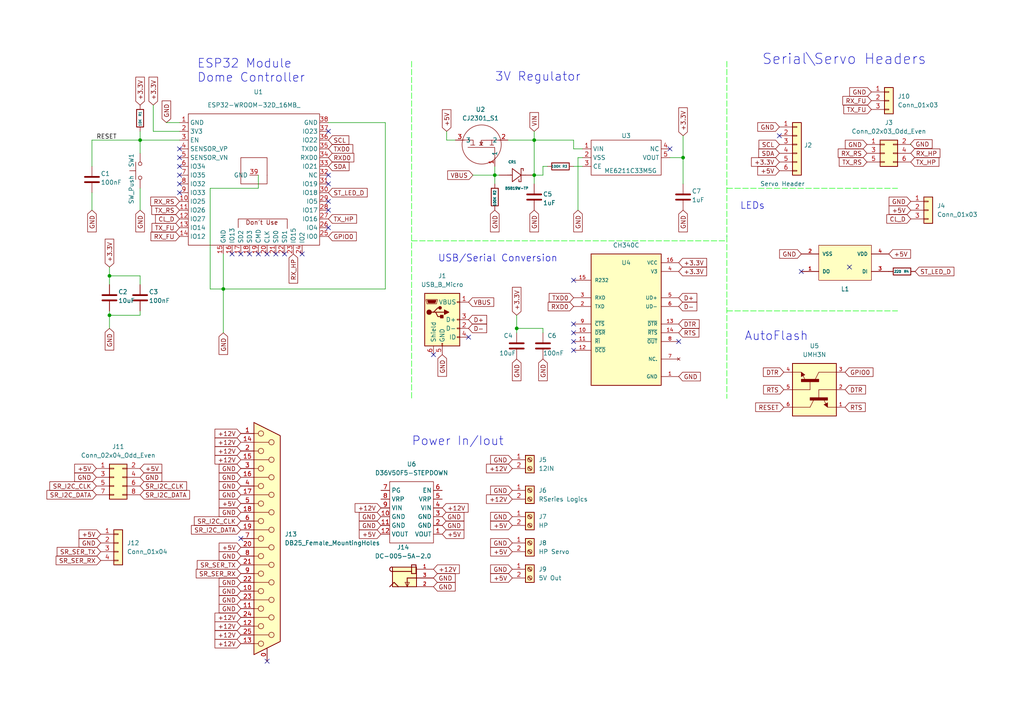
<source format=kicad_sch>
(kicad_sch (version 20211123) (generator eeschema)
  (paper "A4")
  (title_block (title "Dome Controller") (date "2022-09-01") (rev "1.0") (company "Created by: Greg Hulette") (comment 1 "- Controls Camera Lens LEDS") (comment 2 "- Controls Serial Comms to other devices") (comment 3 "- Controls Dome Servos") (comment 4 "- Accepts ESP-NOW messages"))
  (lib_symbols
    (symbol "B5819W-TP_1" (pin_numbers hide) (pin_names hide)
      (property "Reference" "CR" (at 5.08 4.445 0))
      (property "Value" "B5819W-TP_1" (at 5.08 -7.62 0))
      (symbol "B5819W-TP_1_1_1"
        (pin unspecified line (at 0 0 0) (length 2.54) (name "A") (number "A"))
        (pin unspecified line (at 10.16 0 180) (length 2.54) (name "C") (number "C"))
      )
    )
    (symbol "Connector:DB25_Female_MountingHoles" (pin_names (offset 1.016) hide)
      (property "Reference" "J" (at 0 36.83 0))
      (property "Value" "DB25_Female_MountingHoles" (at 0 34.925 0))
      (symbol "DB25_Female_MountingHoles_1_1"
        (pin passive line (at 0 -35.56 90) (length 3.81) (name "PAD") (number "0"))
        (pin passive line (at -7.62 30.48 0) (length 3.81) (name "1") (number "1"))
        (pin passive line (at -7.62 -15.24 0) (length 3.81) (name "10") (number "10"))
        (pin passive line (at -7.62 -20.32 0) (length 3.81) (name "11") (number "11"))
        (pin passive line (at -7.62 -25.4 0) (length 3.81) (name "12") (number "12"))
        (pin passive line (at -7.62 -30.48 0) (length 3.81) (name "13") (number "13"))
        (pin passive line (at -7.62 27.94 0) (length 3.81) (name "P14") (number "14"))
        (pin passive line (at -7.62 22.86 0) (length 3.81) (name "P15") (number "15"))
        (pin passive line (at -7.62 17.78 0) (length 3.81) (name "P16") (number "16"))
        (pin passive line (at -7.62 12.7 0) (length 3.81) (name "P17") (number "17"))
        (pin passive line (at -7.62 7.62 0) (length 3.81) (name "P18") (number "18"))
        (pin passive line (at -7.62 2.54 0) (length 3.81) (name "P19") (number "19"))
        (pin passive line (at -7.62 25.4 0) (length 3.81) (name "2") (number "2"))
        (pin passive line (at -7.62 -2.54 0) (length 3.81) (name "P20") (number "20"))
        (pin passive line (at -7.62 -7.62 0) (length 3.81) (name "P21") (number "21"))
        (pin passive line (at -7.62 -12.7 0) (length 3.81) (name "P22") (number "22"))
        (pin passive line (at -7.62 -17.78 0) (length 3.81) (name "P23") (number "23"))
        (pin passive line (at -7.62 -22.86 0) (length 3.81) (name "P24") (number "24"))
        (pin passive line (at -7.62 -27.94 0) (length 3.81) (name "P25") (number "25"))
        (pin passive line (at -7.62 20.32 0) (length 3.81) (name "3") (number "3"))
        (pin passive line (at -7.62 15.24 0) (length 3.81) (name "4") (number "4"))
        (pin passive line (at -7.62 10.16 0) (length 3.81) (name "5") (number "5"))
        (pin passive line (at -7.62 5.08 0) (length 3.81) (name "6") (number "6"))
        (pin passive line (at -7.62 0 0) (length 3.81) (name "7") (number "7"))
        (pin passive line (at -7.62 -5.08 0) (length 3.81) (name "8") (number "8"))
        (pin passive line (at -7.62 -10.16 0) (length 3.81) (name "9") (number "9"))
      )
    )
    (symbol "Connector:Screw_Terminal_01x02" (pin_names (offset 1.016) hide)
      (property "Reference" "J" (at 0 2.54 0))
      (property "Value" "Screw_Terminal_01x02" (at 0 -5.08 0))
      (symbol "Screw_Terminal_01x02_1_1"
        (pin passive line (at -5.08 0 0) (length 3.81) (name "Pin_1") (number "1"))
        (pin passive line (at -5.08 -2.54 0) (length 3.81) (name "Pin_2") (number "2"))
      )
    )
    (symbol "Connector:USB_B_Micro" (pin_names (offset 1.016))
      (property "Reference" "J" (at -5.08 11.43 0))
      (property "Value" "USB_B_Micro" (at -5.08 8.89 0))
      (symbol "USB_B_Micro_1_1"
        (pin power_out line (at 7.62 5.08 180) (length 2.54) (name "VBUS") (number "1"))
        (pin bidirectional line (at 7.62 -2.54 180) (length 2.54) (name "D-") (number "2"))
        (pin bidirectional line (at 7.62 0 180) (length 2.54) (name "D+") (number "3"))
        (pin passive line (at 7.62 -5.08 180) (length 2.54) (name "ID") (number "4"))
        (pin power_out line (at 0 -10.16 90) (length 2.54) (name "GND") (number "5"))
        (pin passive line (at -2.54 -10.16 90) (length 2.54) (name "Shield") (number "6"))
      )
    )
    (symbol "Connector_Generic:Conn_01x03" (pin_names (offset 1.016) hide)
      (property "Reference" "J" (at 0 5.08 0))
      (property "Value" "Conn_01x03" (at 0 -5.08 0))
      (symbol "Conn_01x03_1_1"
        (pin passive line (at -5.08 2.54 0) (length 3.81) (name "Pin_1") (number "1"))
        (pin passive line (at -5.08 0 0) (length 3.81) (name "Pin_2") (number "2"))
        (pin passive line (at -5.08 -2.54 0) (length 3.81) (name "Pin_3") (number "3"))
      )
    )
    (symbol "Connector_Generic:Conn_01x04" (pin_names (offset 1.016) hide)
      (property "Reference" "J" (at 0 5.08 0))
      (property "Value" "Conn_01x04" (at 0 -7.62 0))
      (symbol "Conn_01x04_1_1"
        (pin passive line (at -5.08 2.54 0) (length 3.81) (name "Pin_1") (number "1"))
        (pin passive line (at -5.08 0 0) (length 3.81) (name "Pin_2") (number "2"))
        (pin passive line (at -5.08 -2.54 0) (length 3.81) (name "Pin_3") (number "3"))
        (pin passive line (at -5.08 -5.08 0) (length 3.81) (name "Pin_4") (number "4"))
      )
    )
    (symbol "Connector_Generic:Conn_01x06" (pin_names (offset 1.016) hide)
      (property "Reference" "J" (at 0 7.62 0))
      (property "Value" "Conn_01x06" (at 0 -10.16 0))
      (symbol "Conn_01x06_1_1"
        (pin passive line (at -5.08 5.08 0) (length 3.81) (name "Pin_1") (number "1"))
        (pin passive line (at -5.08 2.54 0) (length 3.81) (name "Pin_2") (number "2"))
        (pin passive line (at -5.08 0 0) (length 3.81) (name "Pin_3") (number "3"))
        (pin passive line (at -5.08 -2.54 0) (length 3.81) (name "Pin_4") (number "4"))
        (pin passive line (at -5.08 -5.08 0) (length 3.81) (name "Pin_5") (number "5"))
        (pin passive line (at -5.08 -7.62 0) (length 3.81) (name "Pin_6") (number "6"))
      )
    )
    (symbol "Connector_Generic:Conn_02x03_Odd_Even" (pin_names (offset 1.016) hide)
      (property "Reference" "J" (at 1.27 5.08 0))
      (property "Value" "Conn_02x03_Odd_Even" (at 1.27 -5.08 0))
      (symbol "Conn_02x03_Odd_Even_1_1"
        (pin passive line (at -5.08 2.54 0) (length 3.81) (name "Pin_1") (number "1"))
        (pin passive line (at 7.62 2.54 180) (length 3.81) (name "Pin_2") (number "2"))
        (pin passive line (at -5.08 0 0) (length 3.81) (name "Pin_3") (number "3"))
        (pin passive line (at 7.62 0 180) (length 3.81) (name "Pin_4") (number "4"))
        (pin passive line (at -5.08 -2.54 0) (length 3.81) (name "Pin_5") (number "5"))
        (pin passive line (at 7.62 -2.54 180) (length 3.81) (name "Pin_6") (number "6"))
      )
    )
    (symbol "Connector_Generic:Conn_02x04_Odd_Even" (pin_names (offset 1.016) hide)
      (property "Reference" "J" (at 1.27 5.08 0))
      (property "Value" "Conn_02x04_Odd_Even" (at 1.27 -7.62 0))
      (symbol "Conn_02x04_Odd_Even_1_1"
        (pin passive line (at -5.08 2.54 0) (length 3.81) (name "Pin_1") (number "1"))
        (pin passive line (at 7.62 2.54 180) (length 3.81) (name "Pin_2") (number "2"))
        (pin passive line (at -5.08 0 0) (length 3.81) (name "Pin_3") (number "3"))
        (pin passive line (at 7.62 0 180) (length 3.81) (name "Pin_4") (number "4"))
        (pin passive line (at -5.08 -2.54 0) (length 3.81) (name "Pin_5") (number "5"))
        (pin passive line (at 7.62 -2.54 180) (length 3.81) (name "Pin_6") (number "6"))
        (pin passive line (at -5.08 -5.08 0) (length 3.81) (name "Pin_7") (number "7"))
        (pin passive line (at 7.62 -5.08 180) (length 3.81) (name "Pin_8") (number "8"))
      )
    )
    (symbol "Custom:CH340C" (pin_names (offset 1.016))
      (property "Reference" "U" (at -10.16 20.955 0))
      (property "Value" "CH340C" (at -10.16 -20.32 0))
      (symbol "CH340C_0_0"
        (pin power_in line (at 15.24 -15.24 180) (length 5.08) (name "GND") (number "1"))
        (pin input line (at -15.24 -2.54 0) (length 5.08) (name "~{DSR}") (number "10"))
        (pin input line (at -15.24 -5.08 0) (length 5.08) (name "~{RI}") (number "11"))
        (pin input line (at -15.24 -7.62 0) (length 5.08) (name "~{DCD}") (number "12"))
        (pin output line (at 15.24 0 180) (length 5.08) (name "~{DTR}") (number "13"))
        (pin output line (at 15.24 -2.54 180) (length 5.08) (name "~{RTS}") (number "14"))
        (pin input line (at -15.24 12.7 0) (length 5.08) (name "R232") (number "15"))
        (pin power_in line (at 15.24 17.78 180) (length 5.08) (name "VCC") (number "16"))
        (pin output line (at -15.24 5.08 0) (length 5.08) (name "TXD") (number "2"))
        (pin input line (at -15.24 7.62 0) (length 5.08) (name "RXD") (number "3"))
        (pin power_in line (at 15.24 15.24 180) (length 5.08) (name "V3") (number "4"))
        (pin bidirectional line (at 15.24 7.62 180) (length 5.08) (name "UD+") (number "5"))
        (pin bidirectional line (at 15.24 5.08 180) (length 5.08) (name "UD-") (number "6"))
        (pin no_connect line (at 15.24 -10.16 180) (length 5.08) (name "NC.") (number "7"))
        (pin output line (at 15.24 -5.08 180) (length 5.08) (name "~{OUT}") (number "8"))
        (pin input line (at -15.24 0 0) (length 5.08) (name "~{CTS}") (number "9"))
      )
    )
    (symbol "Custom:CJ2301_S1"
      (property "Reference" "U" (at 0 10.16 0))
      (property "Value" "CJ2301_S1" (at -1.27 -10.16 0))
      (symbol "CJ2301_S1_1_1"
        (pin bidirectional line (at 3.81 -6.35 90) (length 2.54) (name "1") (number "1"))
        (pin bidirectional line (at 7.62 1.27 180) (length 2.54) (name "2") (number "2"))
        (pin input line (at -7.62 1.27 0) (length 2.54) (name "3") (number "3"))
      )
    )
    (symbol "Custom:DC-005-5A-2.0" (pin_names (offset 1.016) hide)
      (property "Reference" "J" (at -5.08 5.08 0))
      (property "Value" "DC-005-5A-2.0" (at -5.08 -5.08 0))
      (symbol "DC-005-5A-2.0_0_0"
        (pin passive line (at 7.62 2.54 180) (length 5.08) (name "~") (number "1"))
        (pin passive line (at 7.62 -2.54 180) (length 5.08) (name "~") (number "2"))
        (pin passive line (at 7.62 0 180) (length 5.08) (name "~") (number "3"))
      )
    )
    (symbol "Custom:ESP32-WROOM-32-Custom"
      (property "Reference" "U" (at -3.7846 54.2036 0))
      (property "Value" "ESP32-WROOM-32-Custom" (at -2.1082 -82.3214 0))
      (symbol "ESP32-WROOM-32-Custom_0_0"
        (text "Don't Use" (at 1.016 -11.176 0) (effects (font (size 1.27 1.27))))
      )
      (symbol "ESP32-WROOM-32-Custom_1_1"
        (pin bidirectional line (at -22.86 17.78 0) (length 2.54) (name "GND") (number "1"))
        (pin bidirectional line (at -22.86 -5.08 0) (length 2.54) (name "IO25") (number "10"))
        (pin bidirectional line (at -22.86 -7.62 0) (length 2.54) (name "IO26") (number "11"))
        (pin bidirectional line (at -22.86 -10.16 0) (length 2.54) (name "IO27") (number "12"))
        (pin bidirectional line (at -22.86 -12.7 0) (length 2.54) (name "IO14") (number "13"))
        (pin bidirectional line (at -22.86 -15.24 0) (length 2.54) (name "IO12") (number "14"))
        (pin bidirectional line (at -10.16 -20.32 90) (length 2.54) (name "GND") (number "15"))
        (pin bidirectional line (at -7.62 -20.32 90) (length 2.54) (name "IO13") (number "16"))
        (pin bidirectional line (at -5.08 -20.32 90) (length 2.54) (name "SD2") (number "17"))
        (pin bidirectional line (at -2.54 -20.32 90) (length 2.54) (name "SD3") (number "18"))
        (pin bidirectional line (at 0 -20.32 90) (length 2.54) (name "CMD") (number "19"))
        (pin bidirectional line (at -22.86 15.24 0) (length 2.54) (name "3V3") (number "2"))
        (pin bidirectional line (at 2.54 -20.32 90) (length 2.54) (name "CLK") (number "20"))
        (pin bidirectional line (at 5.08 -20.32 90) (length 2.54) (name "SD0") (number "21"))
        (pin bidirectional line (at 7.62 -20.32 90) (length 2.54) (name "SD1") (number "22"))
        (pin bidirectional line (at 10.16 -20.32 90) (length 2.54) (name "IO15") (number "23"))
        (pin bidirectional line (at 12.7 -20.32 90) (length 2.54) (name "IO2") (number "24"))
        (pin bidirectional line (at 20.32 -15.24 180) (length 2.54) (name "IO0") (number "25"))
        (pin bidirectional line (at 20.32 -12.7 180) (length 2.54) (name "IO4") (number "26"))
        (pin bidirectional line (at 20.32 -10.16 180) (length 2.54) (name "IO16") (number "27"))
        (pin bidirectional line (at 20.32 -7.62 180) (length 2.54) (name "IO17") (number "28"))
        (pin bidirectional line (at 20.32 -5.08 180) (length 2.54) (name "IO5") (number "29"))
        (pin bidirectional line (at -22.86 12.7 0) (length 2.54) (name "EN") (number "3"))
        (pin bidirectional line (at 20.32 -2.54 180) (length 2.54) (name "IO18") (number "30"))
        (pin bidirectional line (at 20.32 0 180) (length 2.54) (name "IO19") (number "31"))
        (pin bidirectional line (at 20.32 2.54 180) (length 2.54) (name "NC") (number "32"))
        (pin bidirectional line (at 20.32 5.08 180) (length 2.54) (name "IO21") (number "33"))
        (pin bidirectional line (at 20.32 7.62 180) (length 2.54) (name "RXD0") (number "34"))
        (pin bidirectional line (at 20.32 10.16 180) (length 2.54) (name "TXD0") (number "35"))
        (pin bidirectional line (at 20.32 12.7 180) (length 2.54) (name "IO22") (number "36"))
        (pin bidirectional line (at 20.32 15.24 180) (length 2.54) (name "IO23") (number "37"))
        (pin bidirectional line (at 20.32 17.78 180) (length 2.54) (name "GND") (number "38"))
        (pin bidirectional line (at 0 2.54 180) (length 2.54) (name "GND") (number "39"))
        (pin bidirectional line (at -22.86 10.16 0) (length 2.54) (name "SENSOR_VP") (number "4"))
        (pin bidirectional line (at -22.86 7.62 0) (length 2.54) (name "SENSOR_VN") (number "5"))
        (pin bidirectional line (at -22.86 5.08 0) (length 2.54) (name "IO34") (number "6"))
        (pin bidirectional line (at -22.86 2.54 0) (length 2.54) (name "IO35") (number "7"))
        (pin bidirectional line (at -22.86 0 0) (length 2.54) (name "IO32") (number "8"))
        (pin bidirectional line (at -22.86 -2.54 0) (length 2.54) (name "IO33") (number "9"))
      )
    )
    (symbol "Custom:ME6211C33M5G"
      (property "Reference" "U" (at -0.1016 6.4262 0))
      (property "Value" "ME6211C33M5G" (at -0.4064 -7.6454 0))
      (symbol "ME6211C33M5G_1_1"
        (pin bidirectional line (at -12.7 2.54 0) (length 2.54) (name "VIN") (number "1"))
        (pin bidirectional line (at -12.7 0 0) (length 2.54) (name "VSS") (number "2"))
        (pin bidirectional line (at -12.7 -2.54 0) (length 2.54) (name "CE") (number "3"))
        (pin bidirectional line (at 12.7 2.54 180) (length 2.54) (name "NC") (number "4"))
        (pin bidirectional line (at 12.7 0 180) (length 2.54) (name "VOUT") (number "5"))
      )
    )
    (symbol "Custom:UMH3N" (pin_names (offset 1.016) hide)
      (property "Reference" "U" (at 2.54 0 0))
      (property "Value" "UMH3N" (at 2.54 -2.54 0))
      (symbol "UMH3N_0_0"
        (pin output line (at -10.16 -10.16 90) (length 2.54) (name "~") (number "1"))
        (pin input line (at -5.08 -10.16 90) (length 2.54) (name "~") (number "2"))
        (pin input line (at 0 -10.16 90) (length 2.54) (name "~") (number "3"))
        (pin output line (at 0 7.62 270) (length 2.54) (name "~") (number "4"))
        (pin input line (at -5.08 7.62 270) (length 2.54) (name "~") (number "5"))
        (pin input line (at -10.16 7.62 270) (length 2.54) (name "~") (number "6"))
      )
    )
    (symbol "Device:C" (pin_numbers hide) (pin_names (offset 0.254))
      (property "Reference" "C" (at 0.635 2.54 0))
      (property "Value" "C" (at 0.635 -2.54 0))
      (symbol "C_1_1"
        (pin passive line (at 0 3.81 270) (length 2.794) (name "~") (number "1"))
        (pin passive line (at 0 -3.81 90) (length 2.794) (name "~") (number "2"))
      )
    )
    (symbol "Device:R" (pin_numbers hide) (pin_names (offset 0))
      (property "Reference" "R" (at 2.032 0 90))
      (property "Value" "R" (at 0 0 90))
      (symbol "R_1_1"
        (pin passive line (at 0 3.81 270) (length 1.27) (name "~") (number "1"))
        (pin passive line (at 0 -3.81 90) (length 1.27) (name "~") (number "2"))
      )
    )
    (symbol "LED:WS2812B-2020" (pin_names (offset 1.016))
      (property "Reference" "L" (at -7.366 5.842 0))
      (symbol "WS2812B-2020_0_0"
        (pin bidirectional line (at 12.7 2.54 180) (length 5.08) (name "DO") (number "1"))
        (pin bidirectional line (at 12.7 -2.54 180) (length 5.08) (name "VSS") (number "2"))
        (pin bidirectional line (at -12.7 2.54 0) (length 5.08) (name "DI") (number "3"))
        (pin bidirectional line (at -12.7 -2.54 0) (length 5.08) (name "VDD") (number "4"))
      )
    )
    (symbol "Pololu:D36V50F5-STEPDOWN"
      (property "Reference" "U" (at 0.762 -11.684 0))
      (property "Value" "D36V50F5-STEPDOWN" (at 0.254 10.414 0))
      (symbol "D36V50F5-STEPDOWN_1_1"
        (pin bidirectional line (at 8.89 -6.35 180) (length 2.54) (name "VOUT") (number "1"))
        (pin bidirectional line (at -8.89 -1.27 0) (length 2.54) (name "GND") (number "10"))
        (pin bidirectional line (at -8.89 -3.81 0) (length 2.54) (name "GND") (number "11"))
        (pin bidirectional line (at -8.89 -6.35 0) (length 2.54) (name "VOUT") (number "12"))
        (pin bidirectional line (at 8.89 -3.81 180) (length 2.54) (name "GND") (number "2"))
        (pin bidirectional line (at 8.89 -1.27 180) (length 2.54) (name "GND") (number "3"))
        (pin bidirectional line (at 8.89 1.27 180) (length 2.54) (name "VIN") (number "4"))
        (pin bidirectional line (at 8.89 3.81 180) (length 2.54) (name "VRP") (number "5"))
        (pin bidirectional line (at 8.89 6.35 180) (length 2.54) (name "EN") (number "6"))
        (pin bidirectional line (at -8.89 6.35 0) (length 2.54) (name "PG") (number "7"))
        (pin bidirectional line (at -8.89 3.81 0) (length 2.54) (name "VRP") (number "8"))
        (pin bidirectional line (at -8.89 1.27 0) (length 2.54) (name "VIN") (number "9"))
      )
    )
    (symbol "Switch:SW_Push" (pin_numbers hide) (pin_names (offset 1.016) hide)
      (property "Reference" "SW" (at 1.27 2.54 0))
      (property "Value" "SW_Push" (at 0 -1.524 0))
      (symbol "SW_Push_0_1"
        (pin passive line (at -5.08 0 0) (length 2.54) (name "1") (number "1"))
        (pin passive line (at 5.08 0 180) (length 2.54) (name "2") (number "2"))
      )
    )
  )
  (junction (at 64.77 83.82))
  (junction (at 31.75 91.44))
  (junction (at 198.12 45.72))
  (junction (at 143.51 50.8))
  (junction (at 31.75 80.01))
  (junction (at 154.94 40.64))
  (junction (at 149.86 95.25))
  (junction (at 40.64 40.64))
  (junction (at 154.94 50.8))
  (no_connect (at 194.31 43.18))
  (no_connect (at 196.85 99.06))
  (no_connect (at 52.07 50.8))
  (no_connect (at 95.25 50.8))
  (no_connect (at 52.07 43.18))
  (no_connect (at 87.63 73.66))
  (no_connect (at 232.41 78.74))
  (no_connect (at 125.73 102.87))
  (no_connect (at 67.31 73.66))
  (no_connect (at 74.93 73.66))
  (no_connect (at 246.38 77.47))
  (no_connect (at 77.47 73.66))
  (no_connect (at 52.07 45.72))
  (no_connect (at 80.01 73.66))
  (no_connect (at 52.07 53.34))
  (no_connect (at 69.85 73.66))
  (no_connect (at 95.25 66.04))
  (no_connect (at 77.47 191.77))
  (no_connect (at 166.37 93.98))
  (no_connect (at 166.37 96.52))
  (no_connect (at 166.37 101.6))
  (no_connect (at 226.06 39.37))
  (no_connect (at 52.07 55.88))
  (no_connect (at 166.37 99.06))
  (no_connect (at 95.25 60.96))
  (no_connect (at 82.55 73.66))
  (no_connect (at 95.25 53.34))
  (no_connect (at 95.25 38.1))
  (no_connect (at 135.89 97.79))
  (no_connect (at 72.39 73.66))
  (no_connect (at 69.85 156.21))
  (no_connect (at 95.25 58.42))
  (no_connect (at 52.07 48.26))
  (no_connect (at 166.37 81.28))
  (wire (pts (xy 40.64 90.17) (xy 40.64 91.44)))
  (wire (pts (xy 40.64 40.64) (xy 52.07 40.64)))
  (wire (pts (xy 264.0647 41.7668) (xy 264.16 41.91)))
  (wire (pts (xy 31.75 77.47) (xy 31.75 80.01)))
  (wire (pts (xy 64.77 83.82) (xy 111.76 83.82)))
  (wire (pts (xy 154.94 50.8) (xy 154.94 53.34)))
  (wire (pts (xy 64.77 73.66) (xy 64.77 83.82)))
  (wire (pts (xy 95.25 35.56) (xy 111.76 35.56)))
  (wire (pts (xy 154.94 40.64) (xy 166.37 40.64)))
  (polyline (pts (xy 210.82 68.58) (xy 210.82 68.58)))
  (wire (pts (xy 40.64 91.44) (xy 31.75 91.44)))
  (wire (pts (xy 64.77 83.82) (xy 64.77 96.52)))
  (polyline (pts (xy 210.82 90.17) (xy 260.35 90.17)) (stroke (width 0) (color 0 255 0 1)))
  (wire (pts (xy 31.75 80.01) (xy 31.75 82.55)))
  (wire (pts (xy 26.67 40.64) (xy 40.64 40.64)))
  (wire (pts (xy 31.75 91.44) (xy 31.75 95.25)))
  (wire (pts (xy 143.51 48.26) (xy 143.51 50.8)))
  (wire (pts (xy 149.86 91.44) (xy 149.86 95.25)))
  (wire (pts (xy 40.64 40.64) (xy 40.64 44.45)))
  (polyline (pts (xy 119.38 17.78) (xy 119.38 115.57)) (stroke (width 0) (color 0 255 0 1)))
  (wire (pts (xy 26.67 48.26) (xy 26.67 40.64)))
  (polyline (pts (xy 210.82 54.61) (xy 260.35 54.61)) (stroke (width 0) (color 0 255 0 1)))
  (wire (pts (xy 74.93 50.8) (xy 74.93 54.61)))
  (wire (pts (xy 166.37 48.26) (xy 168.91 48.26)))
  (wire (pts (xy 198.12 39.37) (xy 198.12 45.72)))
  (wire (pts (xy 40.64 54.61) (xy 40.64 60.96)))
  (wire (pts (xy 40.64 80.01) (xy 40.64 82.55)))
  (wire (pts (xy 44.45 30.48) (xy 44.45 38.1)))
  (wire (pts (xy 157.48 48.26) (xy 157.48 50.8)))
  (wire (pts (xy 149.86 95.25) (xy 149.86 96.52)))
  (polyline (pts (xy 210.82 17.78) (xy 210.82 68.58)) (stroke (width 0) (color 0 255 0 1)))
  (wire (pts (xy 60.96 83.82) (xy 64.77 83.82)))
  (wire (pts (xy 157.48 95.25) (xy 149.86 95.25)))
  (wire (pts (xy 60.96 54.61) (xy 60.96 83.82)))
  (wire (pts (xy 52.07 35.56) (xy 48.26 35.56)))
  (wire (pts (xy 31.75 90.17) (xy 31.75 91.44)))
  (wire (pts (xy 129.54 40.64) (xy 132.08 40.64)))
  (wire (pts (xy 40.64 38.1) (xy 40.64 40.64)))
  (wire (pts (xy 129.54 38.1) (xy 129.54 40.64)))
  (wire (pts (xy 167.64 45.72) (xy 168.91 45.72)))
  (wire (pts (xy 194.31 45.72) (xy 198.12 45.72)))
  (wire (pts (xy 26.67 55.88) (xy 26.67 60.96)))
  (wire (pts (xy 147.32 40.64) (xy 154.94 40.64)))
  (wire (pts (xy 166.37 43.18) (xy 168.91 43.18)))
  (polyline (pts (xy 119.38 69.85) (xy 210.82 69.85)) (stroke (width 0) (color 0 255 0 1)))
  (polyline (pts (xy 210.82 68.58) (xy 210.82 115.57)) (stroke (width 0) (color 0 255 0 1)))
  (wire (pts (xy 154.94 40.64) (xy 154.94 50.8)))
  (wire (pts (xy 166.37 40.64) (xy 166.37 43.18)))
  (wire (pts (xy 198.12 45.72) (xy 198.12 53.34)))
  (wire (pts (xy 143.51 50.8) (xy 143.51 53.34)))
  (wire (pts (xy 44.45 38.1) (xy 52.07 38.1)))
  (wire (pts (xy 167.64 45.72) (xy 167.64 60.96)))
  (wire (pts (xy 137.16 50.8) (xy 143.51 50.8)))
  (wire (pts (xy 74.93 54.61) (xy 60.96 54.61)))
  (wire (pts (xy 31.75 80.01) (xy 40.64 80.01)))
  (wire (pts (xy 157.48 50.8) (xy 154.94 50.8)))
  (wire (pts (xy 157.48 95.25) (xy 157.48 96.52)))
  (wire (pts (xy 111.76 35.56) (xy 111.76 83.82)))
  (wire (pts (xy 143.51 50.8) (xy 144.78 50.8)))
  (wire (pts (xy 154.94 38.1) (xy 154.94 40.64)))
  (wire (pts (xy 157.48 48.26) (xy 158.75 48.26)))
  (text "ESP32 Module \nDome Controller" (at 57.15 24.13 0) (effects (font (size 2.54 2.54)) (justify left bottom)))
  (text "3V Regulator\n\n" (at 143.51 27.94 0) (effects (font (size 2.54 2.54)) (justify left bottom)))
  (text "LEDs" (at 214.63 60.96 0) (effects (font (size 2 2)) (justify left bottom)))
  (text "Power In/Iout" (at 119.38 129.54 0) (effects (font (size 2.54 2.54)) (justify left bottom)))
  (text "USB/Serial Conversion \n" (at 127 76.2 0) (effects (font (size 2 2)) (justify left bottom)))
  (text "AutoFlash\n" (at 215.9 99.06 0) (effects (font (size 2.54 2.54)) (justify left bottom)))
  (text "Serial\\Servo Headers" (at 220.98 19.05 0) (effects (font (size 3 3)) (justify left bottom)))
  (label "RESET" (at 27.94 40.64 0))
  (global_label "ST_LED_D" (shape input) (at 95.25 55.88 0) (property "Intersheet References" "${INTERSHEET_REFS}" (effects hide)))
  (global_label "GND" (shape input) (at 264.0647 41.7668 0) (property "Intersheet References" "${INTERSHEET_REFS}" (effects hide)))
  (global_label "GND" (shape input) (at 48.26 35.56 90) (property "Intersheet References" "${INTERSHEET_REFS}" (effects hide)))
  (global_label "GND" (shape input) (at 196.85 109.22 0) (property "Intersheet References" "${INTERSHEET_REFS}" (effects hide)))
  (global_label "+5V" (shape input) (at 29.21 154.94 180) (property "Intersheet References" "${INTERSHEET_REFS}" (effects hide)))
  (global_label "RTS" (shape input) (at 196.85 96.52 0) (property "Intersheet References" "${INTERSHEET_REFS}" (effects hide)))
  (global_label "GND" (shape input) (at 69.85 173.99 180) (property "Intersheet References" "${INTERSHEET_REFS}" (effects hide)))
  (global_label "RESET" (shape input) (at 227.33 118.11 180) (property "Intersheet References" "${INTERSHEET_REFS}" (effects hide)))
  (global_label "VIN" (shape input) (at 154.94 38.1 90) (property "Intersheet References" "${INTERSHEET_REFS}" (effects hide)))
  (global_label "GND" (shape input) (at 29.21 157.48 180) (property "Intersheet References" "${INTERSHEET_REFS}" (effects hide)))
  (global_label "CL_D" (shape input) (at 264.16 63.5 180) (property "Intersheet References" "${INTERSHEET_REFS}" (effects hide)))
  (global_label "+5V" (shape input) (at 110.49 154.94 180) (property "Intersheet References" "${INTERSHEET_REFS}" (effects hide)))
  (global_label "RX_FU" (shape input) (at 252.73 29.21 180) (property "Intersheet References" "${INTERSHEET_REFS}" (effects hide)))
  (global_label "RTS" (shape input) (at 227.33 113.03 180) (property "Intersheet References" "${INTERSHEET_REFS}" (effects hide)))
  (global_label "GND" (shape input) (at 69.85 135.89 180) (property "Intersheet References" "${INTERSHEET_REFS}" (effects hide)))
  (global_label "GND" (shape input) (at 27.94 138.43 180) (property "Intersheet References" "${INTERSHEET_REFS}" (effects hide)))
  (global_label "+12V" (shape input) (at 128.27 147.32 0) (property "Intersheet References" "${INTERSHEET_REFS}" (effects hide)))
  (global_label "GND" (shape input) (at 69.85 138.43 180) (property "Intersheet References" "${INTERSHEET_REFS}" (effects hide)))
  (global_label "GND" (shape input) (at 148.59 165.1 180) (property "Intersheet References" "${INTERSHEET_REFS}" (effects hide)))
  (global_label "+12V" (shape input) (at 69.85 184.15 180) (property "Intersheet References" "${INTERSHEET_REFS}" (effects hide)))
  (global_label "TX_HP" (shape input) (at 95.25 63.5 0) (property "Intersheet References" "${INTERSHEET_REFS}" (effects hide)))
  (global_label "D+" (shape input) (at 135.89 92.71 0) (property "Intersheet References" "${INTERSHEET_REFS}" (effects hide)))
  (global_label "GND" (shape input) (at 232.41 73.66 180) (property "Intersheet References" "${INTERSHEET_REFS}" (effects hide)))
  (global_label "+12V" (shape input) (at 69.85 125.73 180) (property "Intersheet References" "${INTERSHEET_REFS}" (effects hide)))
  (global_label "RX_RS" (shape input) (at 251.46 44.45 180) (property "Intersheet References" "${INTERSHEET_REFS}" (effects hide)))
  (global_label "SR_SER_RX" (shape input) (at 29.21 162.56 180) (property "Intersheet References" "${INTERSHEET_REFS}" (effects hide)))
  (global_label "SR_SER_TX" (shape input) (at 29.21 160.02 180) (property "Intersheet References" "${INTERSHEET_REFS}" (effects hide)))
  (global_label "TXD0" (shape input) (at 95.25 43.18 0) (property "Intersheet References" "${INTERSHEET_REFS}" (effects hide)))
  (global_label "GND" (shape input) (at 252.73 26.67 180) (property "Intersheet References" "${INTERSHEET_REFS}" (effects hide)))
  (global_label "+5V" (shape input) (at 148.59 160.02 180) (property "Intersheet References" "${INTERSHEET_REFS}" (effects hide)))
  (global_label "SR_SER_RX" (shape input) (at 69.85 166.37 180) (property "Intersheet References" "${INTERSHEET_REFS}" (effects hide)))
  (global_label "GND" (shape input) (at 40.64 60.96 270) (property "Intersheet References" "${INTERSHEET_REFS}" (effects hide)))
  (global_label "+12V" (shape input) (at 69.85 186.69 180) (property "Intersheet References" "${INTERSHEET_REFS}" (effects hide)))
  (global_label "GPIO0" (shape input) (at 95.25 68.58 0) (property "Intersheet References" "${INTERSHEET_REFS}" (effects hide)))
  (global_label "DTR" (shape input) (at 227.33 107.95 180) (property "Intersheet References" "${INTERSHEET_REFS}" (effects hide)))
  (global_label "RX_HP" (shape input) (at 264.16 44.45 0) (property "Intersheet References" "${INTERSHEET_REFS}" (effects hide)))
  (global_label "GND" (shape input) (at 40.64 138.43 0) (property "Intersheet References" "${INTERSHEET_REFS}" (effects hide)))
  (global_label "GND" (shape input) (at 143.51 60.96 270) (property "Intersheet References" "${INTERSHEET_REFS}" (effects hide)))
  (global_label "RXD0" (shape input) (at 95.25 45.72 0) (property "Intersheet References" "${INTERSHEET_REFS}" (effects hide)))
  (global_label "GND" (shape input) (at 251.46 41.91 180) (property "Intersheet References" "${INTERSHEET_REFS}" (effects hide)))
  (global_label "TX_FU" (shape input) (at 52.07 66.04 180) (property "Intersheet References" "${INTERSHEET_REFS}" (effects hide)))
  (global_label "+5V" (shape input) (at 257.81 73.66 0) (property "Intersheet References" "${INTERSHEET_REFS}" (effects hide)))
  (global_label "TXD0" (shape input) (at 166.37 86.36 180) (property "Intersheet References" "${INTERSHEET_REFS}" (effects hide)))
  (global_label "GPIO0" (shape input) (at 245.11 107.95 0) (property "Intersheet References" "${INTERSHEET_REFS}" (effects hide)))
  (global_label "+5V" (shape input) (at 128.27 154.94 0) (property "Intersheet References" "${INTERSHEET_REFS}" (effects hide)))
  (global_label "D+" (shape input) (at 196.85 86.36 0) (property "Intersheet References" "${INTERSHEET_REFS}" (effects hide)))
  (global_label "+3.3V" (shape input) (at 149.86 91.44 90) (property "Intersheet References" "${INTERSHEET_REFS}" (effects hide)))
  (global_label "GND" (shape input) (at 69.85 168.91 180) (property "Intersheet References" "${INTERSHEET_REFS}" (effects hide)))
  (global_label "D-" (shape input) (at 135.89 95.25 0) (property "Intersheet References" "${INTERSHEET_REFS}" (effects hide)))
  (global_label "GND" (shape input) (at 64.77 96.52 270) (property "Intersheet References" "${INTERSHEET_REFS}" (effects hide)))
  (global_label "+3.3V" (shape input) (at 196.85 78.74 0) (property "Intersheet References" "${INTERSHEET_REFS}" (effects hide)))
  (global_label "TX_FU" (shape input) (at 252.73 31.75 180) (property "Intersheet References" "${INTERSHEET_REFS}" (effects hide)))
  (global_label "GND" (shape input) (at 69.85 176.53 180) (property "Intersheet References" "${INTERSHEET_REFS}" (effects hide)))
  (global_label "+3.3V" (shape input) (at 31.75 77.47 90) (property "Intersheet References" "${INTERSHEET_REFS}" (effects hide)))
  (global_label "GND" (shape input) (at 128.27 149.86 0) (property "Intersheet References" "${INTERSHEET_REFS}" (effects hide)))
  (global_label "TX_RS" (shape input) (at 251.46 46.99 180) (property "Intersheet References" "${INTERSHEET_REFS}" (effects hide)))
  (global_label "SDA" (shape input) (at 95.25 48.26 0) (property "Intersheet References" "${INTERSHEET_REFS}" (effects hide)))
  (global_label "D-" (shape input) (at 196.85 88.9 0) (property "Intersheet References" "${INTERSHEET_REFS}" (effects hide)))
  (global_label "GND" (shape input) (at 148.59 133.35 180) (property "Intersheet References" "${INTERSHEET_REFS}" (effects hide)))
  (global_label "GND" (shape input) (at 198.12 60.96 270) (property "Intersheet References" "${INTERSHEET_REFS}" (effects hide)))
  (global_label "RXD0" (shape input) (at 166.37 88.9 180) (property "Intersheet References" "${INTERSHEET_REFS}" (effects hide)))
  (global_label "+5V" (shape input) (at 27.94 135.89 180) (property "Intersheet References" "${INTERSHEET_REFS}" (effects hide)))
  (global_label "ST_LED_D" (shape input) (at 265.43 78.74 0) (property "Intersheet References" "${INTERSHEET_REFS}" (effects hide)))
  (global_label "SCL" (shape input) (at 226.06 41.91 180) (property "Intersheet References" "${INTERSHEET_REFS}" (effects hide)))
  (global_label "VBUS" (shape input) (at 135.89 87.63 0) (property "Intersheet References" "${INTERSHEET_REFS}" (effects hide)))
  (global_label "SCL" (shape input) (at 95.25 40.64 0) (property "Intersheet References" "${INTERSHEET_REFS}" (effects hide)))
  (global_label "+5V" (shape input) (at 69.85 158.75 180) (property "Intersheet References" "${INTERSHEET_REFS}" (effects hide)))
  (global_label "+3.3V" (shape input) (at 40.64 30.48 90) (property "Intersheet References" "${INTERSHEET_REFS}" (effects hide)))
  (global_label "SR_I2C_CLK" (shape input) (at 40.64 140.97 0) (property "Intersheet References" "${INTERSHEET_REFS}" (effects hide)))
  (global_label "GND" (shape input) (at 69.85 171.45 180) (property "Intersheet References" "${INTERSHEET_REFS}" (effects hide)))
  (global_label "+12V" (shape input) (at 69.85 130.81 180) (property "Intersheet References" "${INTERSHEET_REFS}" (effects hide)))
  (global_label "+3.3V" (shape input) (at 196.85 76.2 0) (property "Intersheet References" "${INTERSHEET_REFS}" (effects hide)))
  (global_label "+12V" (shape input) (at 125.73 165.1 0) (property "Intersheet References" "${INTERSHEET_REFS}" (effects hide)))
  (global_label "GND" (shape input) (at 148.59 149.86 180) (property "Intersheet References" "${INTERSHEET_REFS}" (effects hide)))
  (global_label "SDA" (shape input) (at 226.06 44.45 180) (property "Intersheet References" "${INTERSHEET_REFS}" (effects hide)))
  (global_label "GND" (shape input) (at 69.85 140.97 180) (property "Intersheet References" "${INTERSHEET_REFS}" (effects hide)))
  (global_label "+12V" (shape input) (at 69.85 179.07 180) (property "Intersheet References" "${INTERSHEET_REFS}" (effects hide)))
  (global_label "SR_I2C_DATA" (shape input) (at 27.94 143.51 180) (property "Intersheet References" "${INTERSHEET_REFS}" (effects hide)))
  (global_label "RX_RS" (shape input) (at 52.07 58.42 180) (property "Intersheet References" "${INTERSHEET_REFS}" (effects hide)))
  (global_label "+5V" (shape input) (at 148.59 167.64 180) (property "Intersheet References" "${INTERSHEET_REFS}" (effects hide)))
  (global_label "+3.3V" (shape input) (at 44.45 30.48 90) (property "Intersheet References" "${INTERSHEET_REFS}" (effects hide)))
  (global_label "+5V" (shape input) (at 40.64 135.89 0) (property "Intersheet References" "${INTERSHEET_REFS}" (effects hide)))
  (global_label "SR_SER_TX" (shape input) (at 69.85 163.83 180) (property "Intersheet References" "${INTERSHEET_REFS}" (effects hide)))
  (global_label "+3.3V" (shape input) (at 198.12 39.37 90) (property "Intersheet References" "${INTERSHEET_REFS}" (effects hide)))
  (global_label "+5V" (shape input) (at 129.54 38.1 90) (property "Intersheet References" "${INTERSHEET_REFS}" (effects hide)))
  (global_label "GND" (shape input) (at 69.85 143.51 180) (property "Intersheet References" "${INTERSHEET_REFS}" (effects hide)))
  (global_label "GND" (shape input) (at 69.85 148.59 180) (property "Intersheet References" "${INTERSHEET_REFS}" (effects hide)))
  (global_label "CL_D" (shape input) (at 52.07 63.5 180) (property "Intersheet References" "${INTERSHEET_REFS}" (effects hide)))
  (global_label "SR_I2C_DATA" (shape input) (at 69.85 153.67 180) (property "Intersheet References" "${INTERSHEET_REFS}" (effects hide)))
  (global_label "RX_FU" (shape input) (at 52.07 68.58 180) (property "Intersheet References" "${INTERSHEET_REFS}" (effects hide)))
  (global_label "GND" (shape input) (at 154.94 60.96 270) (property "Intersheet References" "${INTERSHEET_REFS}" (effects hide)))
  (global_label "DTR" (shape input) (at 245.11 113.03 0) (property "Intersheet References" "${INTERSHEET_REFS}" (effects hide)))
  (global_label "GND" (shape input) (at 31.75 95.25 270) (property "Intersheet References" "${INTERSHEET_REFS}" (effects hide)))
  (global_label "RTS" (shape input) (at 245.11 118.11 0) (property "Intersheet References" "${INTERSHEET_REFS}" (effects hide)))
  (global_label "GND" (shape input) (at 110.49 152.4 180) (property "Intersheet References" "${INTERSHEET_REFS}" (effects hide)))
  (global_label "+5V" (shape input) (at 264.16 60.96 180) (property "Intersheet References" "${INTERSHEET_REFS}" (effects hide)))
  (global_label "DTR" (shape input) (at 196.85 93.98 0) (property "Intersheet References" "${INTERSHEET_REFS}" (effects hide)))
  (global_label "GND" (shape input) (at 110.49 149.86 180) (property "Intersheet References" "${INTERSHEET_REFS}" (effects hide)))
  (global_label "SR_I2C_CLK" (shape input) (at 69.85 151.13 180) (property "Intersheet References" "${INTERSHEET_REFS}" (effects hide)))
  (global_label "GND" (shape input) (at 128.27 152.4 0) (property "Intersheet References" "${INTERSHEET_REFS}" (effects hide)))
  (global_label "GND" (shape input) (at 26.67 60.96 270) (property "Intersheet References" "${INTERSHEET_REFS}" (effects hide)))
  (global_label "+12V" (shape input) (at 69.85 128.27 180) (property "Intersheet References" "${INTERSHEET_REFS}" (effects hide)))
  (global_label "GND" (shape input) (at 226.06 36.83 180) (property "Intersheet References" "${INTERSHEET_REFS}" (effects hide)))
  (global_label "GND" (shape input) (at 264.16 58.42 180) (property "Intersheet References" "${INTERSHEET_REFS}" (effects hide)))
  (global_label "+12V" (shape input) (at 69.85 133.35 180) (property "Intersheet References" "${INTERSHEET_REFS}" (effects hide)))
  (global_label "GND" (shape input) (at 125.73 167.64 0) (property "Intersheet References" "${INTERSHEET_REFS}" (effects hide)))
  (global_label "GND" (shape input) (at 128.27 102.87 270) (property "Intersheet References" "${INTERSHEET_REFS}" (effects hide)))
  (global_label "SR_I2C_DATA" (shape input) (at 40.64 143.51 0) (property "Intersheet References" "${INTERSHEET_REFS}" (effects hide)))
  (global_label "+5V" (shape input) (at 226.06 49.53 180) (property "Intersheet References" "${INTERSHEET_REFS}" (effects hide)))
  (global_label "+5V" (shape input) (at 69.85 146.05 180) (property "Intersheet References" "${INTERSHEET_REFS}" (effects hide)))
  (global_label "TX_HP" (shape input) (at 264.16 46.99 0) (property "Intersheet References" "${INTERSHEET_REFS}" (effects hide)))
  (global_label "+12V" (shape input) (at 69.85 181.61 180) (property "Intersheet References" "${INTERSHEET_REFS}" (effects hide)))
  (global_label "+3.3V" (shape input) (at 226.06 46.99 180) (property "Intersheet References" "${INTERSHEET_REFS}" (effects hide)))
  (global_label "TX_RS" (shape input) (at 52.07 60.96 180) (property "Intersheet References" "${INTERSHEET_REFS}" (effects hide)))
  (global_label "+5V" (shape input) (at 148.59 152.4 180) (property "Intersheet References" "${INTERSHEET_REFS}" (effects hide)))
  (global_label "GND" (shape input) (at 125.73 170.18 0) (property "Intersheet References" "${INTERSHEET_REFS}" (effects hide)))
  (global_label "+12V" (shape input) (at 110.49 147.32 180) (property "Intersheet References" "${INTERSHEET_REFS}" (effects hide)))
  (global_label "+12V" (shape input) (at 148.59 144.78 180) (property "Intersheet References" "${INTERSHEET_REFS}" (effects hide)))
  (global_label "GND" (shape input) (at 149.86 104.14 270) (property "Intersheet References" "${INTERSHEET_REFS}" (effects hide)))
  (global_label "GND" (shape input) (at 148.59 142.24 180) (property "Intersheet References" "${INTERSHEET_REFS}" (effects hide)))
  (global_label "VBUS" (shape input) (at 137.16 50.8 180) (property "Intersheet References" "${INTERSHEET_REFS}" (effects hide)))
  (global_label "GND" (shape input) (at 69.85 161.29 180) (property "Intersheet References" "${INTERSHEET_REFS}" (effects hide)))
  (global_label "GND" (shape input) (at 148.59 157.48 180) (property "Intersheet References" "${INTERSHEET_REFS}" (effects hide)))
  (global_label "+12V" (shape input) (at 148.59 135.89 180) (property "Intersheet References" "${INTERSHEET_REFS}" (effects hide)))
  (global_label "SR_I2C_CLK" (shape input) (at 27.94 140.97 180) (property "Intersheet References" "${INTERSHEET_REFS}" (effects hide)))
  (global_label "GND" (shape input) (at 157.48 104.14 270) (property "Intersheet References" "${INTERSHEET_REFS}" (effects hide)))
  (global_label "GND" (shape input) (at 167.64 60.96 270) (property "Intersheet References" "${INTERSHEET_REFS}" (effects hide)))
  (global_label "RX_HP" (shape input) (at 85.09 73.66 270) (property "Intersheet References" "${INTERSHEET_REFS}" (effects hide)))
  (symbol (lib_id "Connector:Screw_Terminal_01x02") (at 153.67 149.86 0) (unit 1)
    (property "Reference" "J7" (at 156.21 149.8599 0) (effects (justify left)))
    (property "Value" "HP" (at 156.21 152.3999 0) (effects (justify left)))
    (property "Footprint" "TerminalBlock_4Ucon:TerminalBlock_4Ucon_1x02_P3.50mm_Horizontal" (effects hide))
    (property "LCSC" " C474892" (effects hide))
  )
  (symbol (lib_id "Custom:ME6211C33M5G") (at 181.61 45.72 0) (unit 1)
    (property "Reference" "U3" (at 181.61 39.37 0))
    (property "Value" "ME6211C33M5G" (at 182.88 49.53 0))
    (property "Footprint" "Package_TO_SOT_SMD:SOT-23-5" (effects hide))
    (property "LCSC" "C82942" (effects hide))
  )
  (symbol (lib_id "Custom:ESP32-WROOM-32-Custom") (at 74.93 53.34 0) (unit 1)
    (property "Reference" "U1" (at 74.93 26.67 0))
    (property "Value" "ESP32-WROOM-32D_16MB_" (at 73.66 30.48 0))
    (property "Footprint" "RF_Module:ESP32-WROOM-32" (effects hide))
    (property "LCSC" " C529578" (effects hide))
  )
  (symbol (lib_id "Connector:Screw_Terminal_01x02") (at 153.67 133.35 0) (unit 1)
    (property "Reference" "J5" (at 156.21 133.3499 0) (effects (justify left)))
    (property "Value" "12IN" (at 156.21 135.8899 0) (effects (justify left)))
    (property "Footprint" "TerminalBlock_4Ucon:TerminalBlock_4Ucon_1x02_P3.50mm_Horizontal" (effects hide))
    (property "LCSC" " C474892" (effects hide))
  )
  (symbol (lib_id "Custom:CJ2301_S1") (at 139.7 41.91 0) (unit 1)
    (property "Reference" "U2" (at 139.3648 31.75 0))
    (property "Value" "CJ2301_S1" (at 139.3648 34.29 0))
    (property "Footprint" "Package_TO_SOT_SMD:SOT-23" (effects hide))
    (property "LCSC" " C8547" (effects hide))
  )
  (symbol (lib_id "Connector:USB_B_Micro") (at 128.27 92.71 0) (unit 1)
    (property "Reference" "J1" (at 128.27 80.01 0))
    (property "Value" "USB_B_Micro" (at 128.27 82.55 0))
    (property "Footprint" "Connector_USB:USB_Micro-B_Amphenol_10118194_Horizontal" (effects hide))
    (property "LCSC" "C132563" (effects hide))
  )
  (symbol (lib_id "Connector:Screw_Terminal_01x02") (at 153.67 142.24 0) (unit 1)
    (property "Reference" "J6" (at 156.21 142.2399 0) (effects (justify left)))
    (property "Value" "RSeries Logics" (at 156.21 144.7799 0) (effects (justify left)))
    (property "Footprint" "TerminalBlock_4Ucon:TerminalBlock_4Ucon_1x02_P3.50mm_Horizontal" (effects hide))
    (property "LCSC" " C474892" (effects hide))
  )
  (symbol (lib_id "Connector:DB25_Female_MountingHoles") (at 77.47 156.21 0) (unit 1)
    (property "Reference" "J13" (at 82.55 154.9399 0) (effects (justify left)))
    (property "Value" "DB25_Female_MountingHoles" (at 82.55 157.4799 0) (effects (justify left)))
    (property "Footprint" "Connector_Dsub:DSUB-25_Female_Vertical_P2.77x2.84mm_MountingHoles" (effects hide))
    (property "Datasheet" " ~" (effects hide))
    (property "LCSC" "C77833" (effects hide))
  )
  (symbol (lib_id "Device:C") (at 154.94 57.15 180) (unit 1)
    (property "Reference" "C5" (at 157.48 56.3117 0) (effects (justify right)))
    (property "Value" "1uF" (at 157.48 58.8517 0) (effects (justify right)))
    (property "Footprint" "Capacitor_SMD:C_0402_1005Metric" (effects hide))
    (property "LCSC" "C77009" (effects hide))
  )
  (symbol (lib_id "Device:C") (at 40.64 86.36 0) (unit 1)
    (property "Reference" "C3" (at 43.18 84.6581 0) (effects (justify left)))
    (property "Value" "100nF" (at 43.18 87.1981 0) (effects (justify left)))
    (property "Footprint" "Capacitor_SMD:C_0402_1005Metric" (effects hide))
    (property "LCSC" "C307331" (effects hide))
  )
  (symbol (lib_id "LED:WS2812B-2020") (at 245.11 76.2 180) (unit 1)
    (property "Reference" "L1" (at 245.11 83.82 0))
    (property "Value" "WS2812B-2020" (effects hide))
    (property "Footprint" "Custom:WS2812B-2020" (effects hide))
    (property "LCSC" "C965555" (effects hide))
  )
  (symbol (lib_id "Device:C") (at 157.48 100.33 0) (unit 1)
    (property "Reference" "C6" (at 158.75 97.3581 0) (effects (justify left)))
    (property "Value" "100nF" (at 157.48 102.4381 0) (effects (justify left)))
    (property "Footprint" "Capacitor_SMD:C_0402_1005Metric" (effects hide))
    (property "LCSC" "C307331" (effects hide))
  )
  (symbol (lib_id "Connector_Generic:Conn_01x03") (at 269.24 60.96 0) (unit 1)
    (property "Reference" "J4" (at 271.78 59.6899 0) (effects (justify left)))
    (property "Value" "Conn_01x03" (at 271.78 62.2299 0) (effects (justify left)))
    (property "Footprint" "Connector_PinHeader_2.54mm:PinHeader_1x03_P2.54mm_Vertical" (effects hide))
    (property "LCSC" "C49257" (effects hide))
  )
  (symbol (lib_id "Connector_Generic:Conn_01x04") (at 34.29 157.48 0) (unit 1)
    (property "Reference" "J12" (at 36.83 157.4799 0) (effects (justify left)))
    (property "Value" "Conn_01x04" (at 36.83 160.0199 0) (effects (justify left)))
    (property "Footprint" "Connector_PinHeader_2.54mm:PinHeader_1x04_P2.54mm_Vertical" (effects hide))
    (property "LCSC" "C358686" (effects hide))
  )
  (symbol (lib_id "Device:C") (at 198.12 57.15 0) (unit 1)
    (property "Reference" "C7" (at 200.66 55.4481 0) (effects (justify left)))
    (property "Value" "1uF" (at 200.66 57.9881 0) (effects (justify left)))
    (property "Footprint" "Capacitor_SMD:C_0402_1005Metric" (effects hide))
    (property "LCSC" "C77009" (effects hide))
  )
  (symbol (lib_id "Custom:UMH3N") (at 234.95 107.95 90) (unit 1)
    (property "Reference" "U5" (at 236.22 100.33 90))
    (property "Value" "UMH3N" (at 236.22 102.87 90))
    (property "Footprint" "Custom:UMT6" (effects hide))
    (property "LCSC" " C62892" (effects hide))
  )
  (symbol (lib_id "Device:R") (at 143.51 57.15 0) (unit 1)
    (property "Reference" "R2" (at 143.51 55.88 90) (effects (font (size 0.7 0.7))))
    (property "Value" "100K" (at 143.51 58.42 90) (effects (font (size 0.7 0.7))))
    (property "Footprint" "Resistor_SMD:R_0603_1608Metric" (effects hide))
    (property "LCSC" "C25803" (effects hide))
  )
  (symbol (lib_id "Device:R") (at 261.62 78.74 270) (unit 1)
    (property "Reference" "R4" (at 262.89 78.74 90) (effects (font (size 0.7 0.7))))
    (property "Value" "220" (at 260.35 78.74 90) (effects (font (size 0.7 0.7))))
    (property "Footprint" "Resistor_SMD:R_0402_1005Metric" (effects hide))
    (property "LCSC" "C25091" (effects hide))
  )
  (symbol (lib_id "Connector:Screw_Terminal_01x02") (at 153.67 157.48 0) (unit 1)
    (property "Reference" "J8" (at 156.21 157.4799 0) (effects (justify left)))
    (property "Value" "HP Servo" (at 156.21 160.0199 0) (effects (justify left)))
    (property "Footprint" "TerminalBlock_4Ucon:TerminalBlock_4Ucon_1x02_P3.50mm_Horizontal" (effects hide))
    (property "LCSC" " C474892" (effects hide))
  )
  (symbol (lib_id "Switch:SW_Push") (at 40.64 49.53 90) (unit 1)
    (property "Reference" "SW1" (at 38.1 44.4499 0) (effects (justify right)))
    (property "Value" "SW_Push" (at 38.1 50.7999 0) (effects (justify right)))
    (property "Footprint" "Custom:TS-1101S-B-B-B-W-A" (effects hide))
    (property "LCSC" " C692465" (effects hide))
  )
  (symbol (lib_id "Pololu:D36V50F5-STEPDOWN") (at 119.38 148.59 0) (unit 1)
    (property "Reference" "U6" (at 119.38 134.62 0))
    (property "Value" "D36V50F5-STEPDOWN" (at 119.38 137.16 0))
    (property "Footprint" "Pololu:D36V50F5-STEPDOWN" (effects hide))
  )
  (symbol (lib_id "Connector:Screw_Terminal_01x02") (at 153.67 165.1 0) (unit 1)
    (property "Reference" "J9" (at 156.21 165.0999 0) (effects (justify left)))
    (property "Value" "5V Out" (at 156.21 167.6399 0) (effects (justify left)))
    (property "Footprint" "TerminalBlock_4Ucon:TerminalBlock_4Ucon_1x02_P3.50mm_Horizontal" (effects hide))
    (property "LCSC" " C474892" (effects hide))
  )
  (symbol (lib_id "Device:C") (at 31.75 86.36 0) (unit 1)
    (property "Reference" "C2" (at 34.29 84.6581 0) (effects (justify left)))
    (property "Value" "10uF" (at 34.29 87.1981 0) (effects (justify left)))
    (property "Footprint" "Capacitor_SMD:C_0402_1005Metric" (effects hide))
    (property "LCSC" "C315248" (effects hide))
  )
  (symbol (lib_id "Connector_Generic:Conn_02x04_Odd_Even") (at 33.02 138.43 0) (unit 1)
    (property "Reference" "J11" (at 34.29 129.54 0))
    (property "Value" "Conn_02x04_Odd_Even" (at 34.29 132.08 0))
    (property "Footprint" "Connector_PinHeader_2.54mm:PinHeader_2x04_P2.54mm_Vertical" (effects hide))
    (property "LCSC" "C706894" (effects hide))
  )
  (symbol (lib_id "Device:C") (at 26.67 52.07 0) (unit 1)
    (property "Reference" "C1" (at 29.21 50.3681 0) (effects (justify left)))
    (property "Value" "100nF" (at 29.21 52.9081 0) (effects (justify left)))
    (property "Footprint" "Capacitor_SMD:C_0402_1005Metric" (effects hide))
    (property "LCSC" "C307331" (effects hide))
  )
  (symbol (lib_id "Custom:DC-005-5A-2.0") (at 118.11 167.64 0) (unit 1)
    (property "Reference" "J14" (at 116.9162 158.75 0))
    (property "Value" "DC-005-5A-2.0" (at 116.9162 161.29 0))
    (property "Footprint" "Custom:XKB_DC-005-5A-2.0" (effects hide))
    (property "PARTREV" "A0" (effects hide))
    (property "STANDARD" "Manufacturer Recommendations" (effects hide))
    (property "MANUFACTURER" "XKB" (effects hide))
    (property "MAXIMUM_PACKAGE_HEIGHT" "11 mm" (effects hide))
    (property "LCSC" "C381116" (effects hide))
  )
  (symbol (lib_id "Connector_Generic:Conn_01x03") (at 257.81 29.21 0) (unit 1)
    (property "Reference" "J10" (at 260.35 27.9399 0) (effects (justify left)))
    (property "Value" "Conn_01x03" (at 260.35 30.4799 0) (effects (justify left)))
    (property "Footprint" "Connector_PinHeader_2.54mm:PinHeader_1x03_P2.54mm_Vertical" (effects hide))
    (property "LCSC" "C49257" (effects hide))
  )
  (symbol (lib_id "Device:R") (at 40.64 34.29 0) (unit 1)
    (property "Reference" "R1" (at 40.64 33.02 90) (effects (font (size 0.7 0.7))))
    (property "Value" "10K" (at 40.64 35.56 90) (effects (font (size 0.7 0.7))))
    (property "Footprint" "Resistor_SMD:R_0603_1608Metric" (effects hide))
    (property "LCSC" "C269701" (effects hide))
  )
  (symbol (lib_name "B5819W-TP_1") (lib_id "Custom:B5819W-TP") (at 144.78 50.8 0) (unit 1)
    (property "Reference" "CR1" (at 148.59 46.99 0) (effects (font (size 0.75 0.75))))
    (property "Value" "B5819W-TP" (at 149.86 54.61 0) (effects (font (size 0.75 0.75))))
    (property "Footprint" "Custom:SOD3716X135N" (effects hide))
    (property "LCSC" "C84354" (effects hide))
  )
  (symbol (lib_id "Device:R") (at 162.56 48.26 270) (unit 1)
    (property "Reference" "R3" (at 163.83 48.26 90) (effects (font (size 0.7 0.7))))
    (property "Value" "100K" (at 161.29 48.26 90) (effects (font (size 0.7 0.7))))
    (property "Footprint" "Resistor_SMD:R_0603_1608Metric" (effects hide))
    (property "LCSC" "C25803" (effects hide))
  )
  (symbol (lib_id "Connector_Generic:Conn_02x03_Odd_Even") (at 256.54 44.45 0) (unit 1)
    (property "Reference" "J3" (at 257.81 35.56 0))
    (property "Value" "Conn_02x03_Odd_Even" (at 257.81 38.1 0))
    (property "Footprint" "Connector_PinHeader_2.54mm:PinHeader_2x03_P2.54mm_Vertical" (effects hide))
    (property "LCSC" "C492420" (effects hide))
  )
  (symbol (lib_id "Custom:CH340C") (at 181.61 93.98 0) (unit 1)
    (property "Reference" "U4" (at 181.61 76.2 0))
    (property "Value" "CH340C" (at 181.61 71.12 0))
    (property "Footprint" "Custom:SOIC127P600X180-16N" (effects hide))
    (property "PARTREV" "2G" (effects hide))
    (property "MANUFACTURER" "WCH" (effects hide))
    (property "MAXIMUM_PACKAGE_HEIGHT" "1.8 mm" (effects hide))
    (property "STANDARD" "IPC 7351B" (effects hide))
    (property "LCSC" "C84681" (effects hide))
  )
  (symbol (lib_id "Device:C") (at 149.86 100.33 0) (unit 1)
    (property "Reference" "C4" (at 146.05 97.3581 0) (effects (justify left)))
    (property "Value" "10uF" (at 144.78 102.4381 0) (effects (justify left)))
    (property "Footprint" "Capacitor_SMD:C_0402_1005Metric" (effects hide))
    (property "LCSC" "C315248" (effects hide))
  )
  (symbol (lib_id "Connector_Generic:Conn_01x06") (at 231.14 41.91 0) (unit 1)
    (property "Reference" "J2" (at 233.172 42.1132 0) (effects (justify left)))
    (property "Value" "Servo Header" (at 220.472 53.3146 0) (effects (justify left)))
    (property "Footprint" "Connector_PinHeader_2.54mm:PinHeader_1x06_P2.54mm_Vertical" (effects hide))
    (property "LCSC" "C37208" (effects hide))
  )
)
</source>
